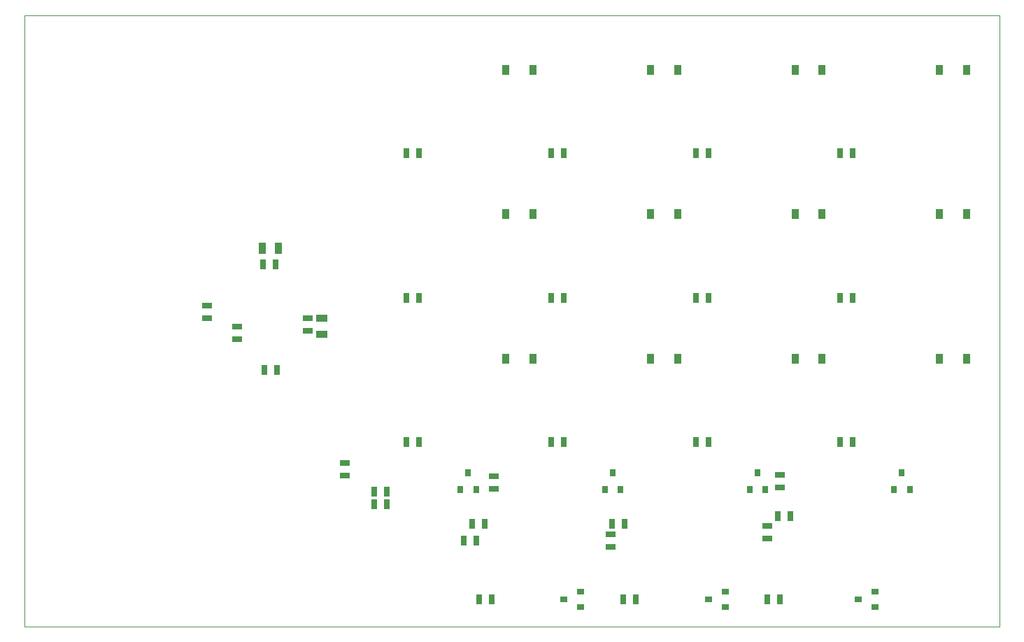
<source format=gbp>
G04 #@! TF.GenerationSoftware,KiCad,Pcbnew,5.1.9-73d0e3b20d~88~ubuntu18.04.1*
G04 #@! TF.CreationDate,2021-10-16T20:22:12+02:00*
G04 #@! TF.ProjectId,VFODial,56464f44-6961-46c2-9e6b-696361645f70,rev?*
G04 #@! TF.SameCoordinates,Original*
G04 #@! TF.FileFunction,Paste,Bot*
G04 #@! TF.FilePolarity,Positive*
%FSLAX46Y46*%
G04 Gerber Fmt 4.6, Leading zero omitted, Abs format (unit mm)*
G04 Created by KiCad (PCBNEW 5.1.9-73d0e3b20d~88~ubuntu18.04.1) date 2021-10-16 20:22:12*
%MOMM*%
%LPD*%
G01*
G04 APERTURE LIST*
G04 #@! TA.AperFunction,Profile*
%ADD10C,0.050000*%
G04 #@! TD*
%ADD11R,1.143000X0.635000*%
%ADD12R,0.635000X1.143000*%
%ADD13R,0.889000X1.397000*%
%ADD14R,1.397000X0.889000*%
%ADD15R,0.800000X0.900000*%
%ADD16R,0.900000X0.800000*%
%ADD17R,0.910000X1.220000*%
G04 APERTURE END LIST*
D10*
X20100000Y-187400000D02*
X20100000Y-187300000D01*
X138100000Y-187400000D02*
X20100000Y-187400000D01*
X138100000Y-113400000D02*
X138100000Y-187400000D01*
X20100000Y-113400000D02*
X138100000Y-113400000D01*
X20100000Y-187300000D02*
X20100000Y-113400000D01*
D11*
G04 #@! TO.C,R129*
X111550000Y-170562000D03*
X111550000Y-169038000D03*
G04 #@! TD*
D12*
G04 #@! TO.C,R126*
X118838000Y-165100000D03*
X120362000Y-165100000D03*
G04 #@! TD*
G04 #@! TO.C,R125*
X118838000Y-147600000D03*
X120362000Y-147600000D03*
G04 #@! TD*
G04 #@! TO.C,R124*
X118838000Y-130100000D03*
X120362000Y-130100000D03*
G04 #@! TD*
G04 #@! TO.C,R123*
X101338000Y-165100000D03*
X102862000Y-165100000D03*
G04 #@! TD*
G04 #@! TO.C,R122*
X101338000Y-147600000D03*
X102862000Y-147600000D03*
G04 #@! TD*
G04 #@! TO.C,R121*
X101338000Y-130100000D03*
X102862000Y-130100000D03*
G04 #@! TD*
D11*
G04 #@! TO.C,R120*
X76900000Y-170762000D03*
X76900000Y-169238000D03*
G04 #@! TD*
D12*
G04 #@! TO.C,R119*
X83838000Y-165100000D03*
X85362000Y-165100000D03*
G04 #@! TD*
G04 #@! TO.C,R118*
X83838000Y-147600000D03*
X85362000Y-147600000D03*
G04 #@! TD*
G04 #@! TO.C,R117*
X83838000Y-130100000D03*
X85362000Y-130100000D03*
G04 #@! TD*
G04 #@! TO.C,R116*
X110038000Y-184100000D03*
X111562000Y-184100000D03*
G04 #@! TD*
G04 #@! TO.C,R115*
X92538000Y-184100000D03*
X94062000Y-184100000D03*
G04 #@! TD*
G04 #@! TO.C,R114*
X75138000Y-184100000D03*
X76662000Y-184100000D03*
G04 #@! TD*
G04 #@! TO.C,R113*
X66338000Y-165100000D03*
X67862000Y-165100000D03*
G04 #@! TD*
G04 #@! TO.C,R112*
X66338000Y-147600000D03*
X67862000Y-147600000D03*
G04 #@! TD*
G04 #@! TO.C,R111*
X66338000Y-130100000D03*
X67862000Y-130100000D03*
G04 #@! TD*
D11*
G04 #@! TO.C,R110*
X110000000Y-175238000D03*
X110000000Y-176762000D03*
G04 #@! TD*
D12*
G04 #@! TO.C,R109*
X91238000Y-175000000D03*
X92762000Y-175000000D03*
G04 #@! TD*
G04 #@! TO.C,R108*
X74238000Y-175000000D03*
X75762000Y-175000000D03*
G04 #@! TD*
D11*
G04 #@! TO.C,R107*
X58900000Y-167638000D03*
X58900000Y-169162000D03*
G04 #@! TD*
D12*
G04 #@! TO.C,R106*
X63962000Y-171100000D03*
X62438000Y-171100000D03*
G04 #@! TD*
G04 #@! TO.C,R105*
X63962000Y-172600000D03*
X62438000Y-172600000D03*
G04 #@! TD*
G04 #@! TO.C,C113*
X111238000Y-174000000D03*
X112762000Y-174000000D03*
G04 #@! TD*
D11*
G04 #@! TO.C,C112*
X91000000Y-176238000D03*
X91000000Y-177762000D03*
G04 #@! TD*
D12*
G04 #@! TO.C,C111*
X74762000Y-177000000D03*
X73238000Y-177000000D03*
G04 #@! TD*
D11*
G04 #@! TO.C,C110*
X54350000Y-151612000D03*
X54350000Y-150088000D03*
G04 #@! TD*
D12*
G04 #@! TO.C,C109*
X50612000Y-156300000D03*
X49088000Y-156300000D03*
G04 #@! TD*
G04 #@! TO.C,C108*
X50462000Y-143550000D03*
X48938000Y-143550000D03*
G04 #@! TD*
D11*
G04 #@! TO.C,C107*
X42150000Y-150112000D03*
X42150000Y-148588000D03*
G04 #@! TD*
G04 #@! TO.C,C106*
X45800000Y-152600000D03*
X45800000Y-151076000D03*
G04 #@! TD*
D13*
G04 #@! TO.C,C105*
X50802500Y-141650000D03*
X48897500Y-141650000D03*
G04 #@! TD*
D14*
G04 #@! TO.C,C104*
X56100000Y-152002500D03*
X56100000Y-150097500D03*
G04 #@! TD*
D15*
G04 #@! TO.C,Q107*
X126300000Y-168800000D03*
X125350000Y-170800000D03*
X127250000Y-170800000D03*
G04 #@! TD*
G04 #@! TO.C,Q106*
X108800000Y-168800000D03*
X107850000Y-170800000D03*
X109750000Y-170800000D03*
G04 #@! TD*
D16*
G04 #@! TO.C,Q105*
X85400000Y-184100000D03*
X87400000Y-185050000D03*
X87400000Y-183150000D03*
G04 #@! TD*
D15*
G04 #@! TO.C,Q104*
X91300000Y-168800000D03*
X90350000Y-170800000D03*
X92250000Y-170800000D03*
G04 #@! TD*
D16*
G04 #@! TO.C,Q103*
X102900000Y-184100000D03*
X104900000Y-185050000D03*
X104900000Y-183150000D03*
G04 #@! TD*
G04 #@! TO.C,Q102*
X121000000Y-184100000D03*
X123000000Y-185050000D03*
X123000000Y-183150000D03*
G04 #@! TD*
D15*
G04 #@! TO.C,Q101*
X73800000Y-168800000D03*
X72850000Y-170800000D03*
X74750000Y-170800000D03*
G04 #@! TD*
D17*
G04 #@! TO.C,D112*
X130865000Y-155000000D03*
X134135000Y-155000000D03*
G04 #@! TD*
G04 #@! TO.C,D111*
X130865000Y-137500000D03*
X134135000Y-137500000D03*
G04 #@! TD*
G04 #@! TO.C,D110*
X130865000Y-120000000D03*
X134135000Y-120000000D03*
G04 #@! TD*
G04 #@! TO.C,D109*
X113365000Y-155000000D03*
X116635000Y-155000000D03*
G04 #@! TD*
G04 #@! TO.C,D108*
X113365000Y-137500000D03*
X116635000Y-137500000D03*
G04 #@! TD*
G04 #@! TO.C,D107*
X113365000Y-120000000D03*
X116635000Y-120000000D03*
G04 #@! TD*
G04 #@! TO.C,D106*
X95865000Y-155000000D03*
X99135000Y-155000000D03*
G04 #@! TD*
G04 #@! TO.C,D105*
X95865000Y-137500000D03*
X99135000Y-137500000D03*
G04 #@! TD*
G04 #@! TO.C,D104*
X95865000Y-120000000D03*
X99135000Y-120000000D03*
G04 #@! TD*
G04 #@! TO.C,D103*
X78365000Y-155000000D03*
X81635000Y-155000000D03*
G04 #@! TD*
G04 #@! TO.C,D102*
X78365000Y-137500000D03*
X81635000Y-137500000D03*
G04 #@! TD*
G04 #@! TO.C,D101*
X78365000Y-120000000D03*
X81635000Y-120000000D03*
G04 #@! TD*
M02*

</source>
